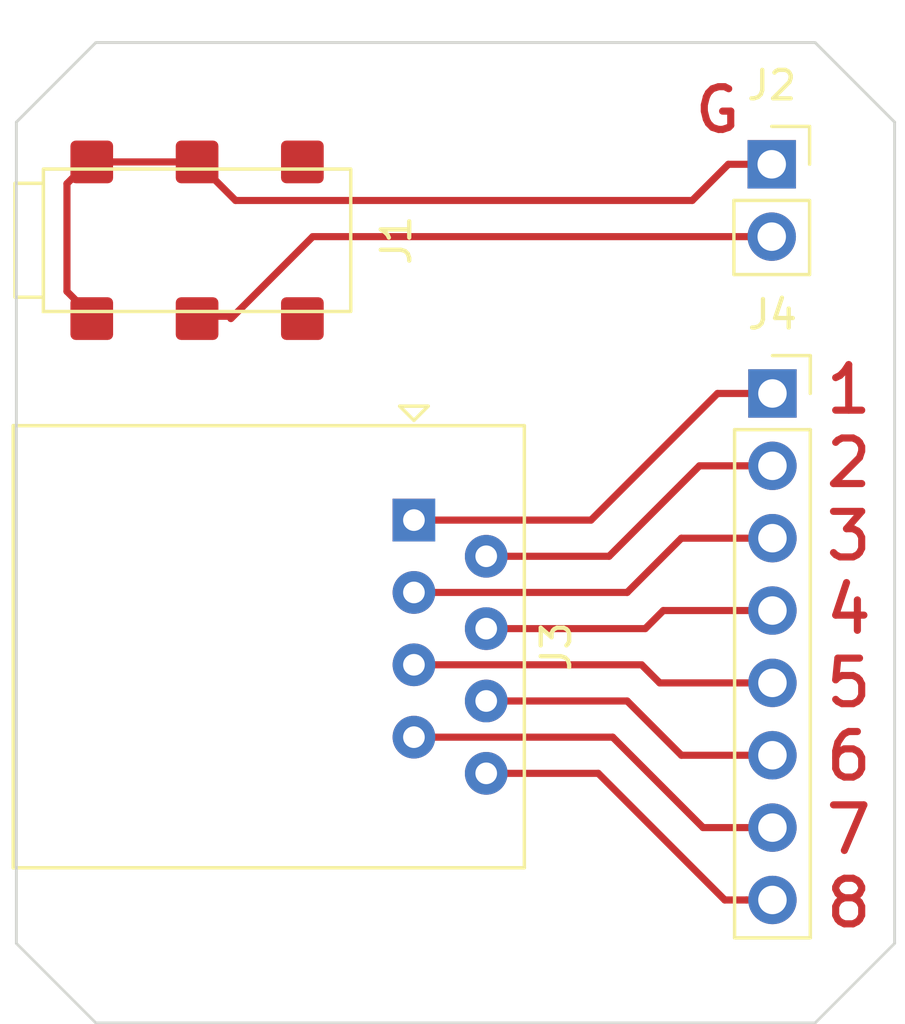
<source format=kicad_pcb>
(kicad_pcb (version 20211014) (generator pcbnew)
  (layers (0 "F.Cu" signal) (31 "B.Cu" signal) (34 "B.Paste" user) (35 "F.Paste" user) (36 "B.SilkS" user "B.Silkscreen") (37 "F.SilkS" user "F.Silkscreen") (38 "B.Mask" user) (39 "F.Mask" user) (44 "Edge.Cuts" user))
  (net 0 "")
  (net 1 "Net-(J1-PadT)")
  (net 2 "Net-(J1-PadR1)")
  (net 3 "Net-(J3-Pad1)")
  (net 4 "Net-(J3-Pad2)")
  (net 5 "Net-(J3-Pad3)")
  (net 6 "Net-(J3-Pad4)")
  (net 7 "Net-(J3-Pad5)")
  (net 8 "Net-(J3-Pad6)")
  (net 9 "Net-(J3-Pad7)")
  (net 10 "Net-(J3-Pad8)")
  (footprint "AudioJack:AudioJack4_6pad" (layer "F.Cu") (at 27.305 30.69 90)
    (fp_text reference "J1" (at 0 7 90 unlocked) (layer "F.SilkS"))
    (fp_text value "AudioJack4_SwitchTR1")
    (fp_rect (start -2.5 -5.4) (end 2.5 5.4) (layer "F.SilkS") (width 0.12) (fill none))
    (fp_rect (start -2 -5.4) (end 2 -6.4) (layer "F.SilkS") (width 0.12) (fill none))
    (pad "" np_thru_hole circle (at 0 -3 90) (size 1.4 1.4) (drill 1.4) (layers F&B.Cu *.Mask))
    (pad "" np_thru_hole circle (at 0 2 90) (size 1.4 1.4) (drill 1.4) (layers F&B.Cu *.Mask))
    (pad "R1" smd roundrect (at 2.75 0 90) (size 1.5 1.5) (layers "F.Cu" "F.Paste" "F.Mask") (roundrect_rratio 0.125) (net 2 "Net-(J1-PadR1)"))
    (pad "R1N" smd roundrect (at 2.75 3.7 90) (size 1.5 1.5) (layers "F.Cu" "F.Paste" "F.Mask") (roundrect_rratio 0.125))
    (pad "R2" smd roundrect (at -2.75 -3.7 90) (size 1.5 1.5) (layers "F.Cu" "F.Paste" "F.Mask") (roundrect_rratio 0.125) (net 2 "Net-(J1-PadR1)"))
    (pad "S" smd roundrect (at 2.75 -3.7 90) (size 1.5 1.5) (layers "F.Cu" "F.Paste" "F.Mask") (roundrect_rratio 0.125) (net 2 "Net-(J1-PadR1)"))
    (pad "T" smd roundrect (at -2.75 0 90) (size 1.5 1.5) (layers "F.Cu" "F.Paste" "F.Mask") (roundrect_rratio 0.125) (net 1 "Net-(J1-PadT)"))
    (pad "TN" smd roundrect (at -2.75 3.7 90) (size 1.5 1.5) (layers "F.Cu" "F.Paste" "F.Mask") (roundrect_rratio 0.125))
  )
  (footprint "Connector_RJ:RJ45_Amphenol_54602-x08_Horizontal" (layer "F.Cu") (at 34.925 40.513 -90)
    (fp_text reference "J3" (at 4.445 -5 90) (layer "F.SilkS"))
    (fp_text value "RJ45")
    (fp_line (start -4 -0.5) (end -4 0.5) (layer "F.SilkS") (width 0.12))
    (fp_line (start -3.315 14.08) (end 12.205 14.08) (layer "F.SilkS") (width 0.12))
    (fp_line (start -3.315 -3.88) (end -3.315 14.08) (layer "F.SilkS") (width 0.12))
    (fp_line (start -3.5 0) (end -4 -0.5) (layer "F.SilkS") (width 0.12))
    (fp_line (start 12.205 -3.88) (end -3.315 -3.88) (layer "F.SilkS") (width 0.12))
    (fp_line (start 12.205 -3.88) (end 12.205 14.08) (layer "F.SilkS") (width 0.12))
    (fp_line (start -4 0.5) (end -3.5 0) (layer "F.SilkS") (width 0.12))
    (pad "" np_thru_hole circle locked (at 10.16 6.35 270) (size 3.2 3.2) (drill 3.2) (layers *.Cu *.Mask))
    (pad "" np_thru_hole circle locked (at -1.27 6.35 270) (size 3.2 3.2) (drill 3.2) (layers *.Cu *.Mask))
    (pad "1" thru_hole rect locked (at 0 0 270) (size 1.5 1.5) (drill 0.76) (layers *.Cu *.Mask) (net 3 "Net-(J3-Pad1)"))
    (pad "2" thru_hole circle locked (at 1.27 -2.54 270) (size 1.5 1.5) (drill 0.76) (layers *.Cu *.Mask) (net 4 "Net-(J3-Pad2)"))
    (pad "3" thru_hole circle locked (at 2.54 0 270) (size 1.5 1.5) (drill 0.76) (layers *.Cu *.Mask) (net 5 "Net-(J3-Pad3)"))
    (pad "4" thru_hole circle locked (at 3.81 -2.54 270) (size 1.5 1.5) (drill 0.76) (layers *.Cu *.Mask) (net 6 "Net-(J3-Pad4)"))
    (pad "5" thru_hole circle locked (at 5.08 0 270) (size 1.5 1.5) (drill 0.76) (layers *.Cu *.Mask) (net 7 "Net-(J3-Pad5)"))
    (pad "6" thru_hole circle locked (at 6.35 -2.54 270) (size 1.5 1.5) (drill 0.76) (layers *.Cu *.Mask) (net 8 "Net-(J3-Pad6)"))
    (pad "7" thru_hole circle locked (at 7.62 0 270) (size 1.5 1.5) (drill 0.76) (layers *.Cu *.Mask) (net 9 "Net-(J3-Pad7)"))
    (pad "8" thru_hole circle locked (at 8.89 -2.54 270) (size 1.5 1.5) (drill 0.76) (layers *.Cu *.Mask) (net 10 "Net-(J3-Pad8)"))
  )
  (footprint "Connector_PinSocket_2.54mm:PinSocket_1x02_P2.54mm_Vertical" (layer "F.Cu") (at 47.498 28.023)
    (fp_text reference "J2" (at 0 -2.77) (layer "F.SilkS"))
    (fp_text value "Conn_01x02")
    (fp_line (start -1.33 1.27) (end 1.33 1.27) (layer "F.SilkS") (width 0.12))
    (fp_line (start 0 -1.33) (end 1.33 -1.33) (layer "F.SilkS") (width 0.12))
    (fp_line (start 1.33 1.27) (end 1.33 3.87) (layer "F.SilkS") (width 0.12))
    (fp_line (start 1.33 -1.33) (end 1.33 0) (layer "F.SilkS") (width 0.12))
    (fp_line (start -1.33 3.87) (end 1.33 3.87) (layer "F.SilkS") (width 0.12))
    (fp_line (start -1.33 1.27) (end -1.33 3.87) (layer "F.SilkS") (width 0.12))
    (pad "1" thru_hole rect locked (at 0 0) (size 1.7 1.7) (drill 1) (layers *.Cu *.Mask) (net 2 "Net-(J1-PadR1)"))
    (pad "2" thru_hole oval locked (at 0 2.54) (size 1.7 1.7) (drill 1) (layers *.Cu *.Mask) (net 1 "Net-(J1-PadT)"))
  )
  (footprint "Connector_PinSocket_2.54mm:PinSocket_1x08_P2.54mm_Vertical" (layer "F.Cu") (at 47.523 36.068)
    (fp_text reference "J4" (at 0 -2.77) (layer "F.SilkS"))
    (fp_text value "Conn_01x08")
    (fp_line (start 1.33 -1.33) (end 1.33 0) (layer "F.SilkS") (width 0.12))
    (fp_line (start 0 -1.33) (end 1.33 -1.33) (layer "F.SilkS") (width 0.12))
    (fp_line (start -1.33 1.27) (end -1.33 19.11) (layer "F.SilkS") (width 0.12))
    (fp_line (start -1.33 1.27) (end 1.33 1.27) (layer "F.SilkS") (width 0.12))
    (fp_line (start 1.33 1.27) (end 1.33 19.11) (layer "F.SilkS") (width 0.12))
    (fp_line (start -1.33 19.11) (end 1.33 19.11) (layer "F.SilkS") (width 0.12))
    (pad "1" thru_hole rect locked (at 0 0) (size 1.7 1.7) (drill 1) (layers *.Cu *.Mask) (net 3 "Net-(J3-Pad1)"))
    (pad "2" thru_hole oval locked (at 0 2.54) (size 1.7 1.7) (drill 1) (layers *.Cu *.Mask) (net 4 "Net-(J3-Pad2)"))
    (pad "3" thru_hole oval locked (at 0 5.08) (size 1.7 1.7) (drill 1) (layers *.Cu *.Mask) (net 5 "Net-(J3-Pad3)"))
    (pad "4" thru_hole oval locked (at 0 7.62) (size 1.7 1.7) (drill 1) (layers *.Cu *.Mask) (net 6 "Net-(J3-Pad4)"))
    (pad "5" thru_hole oval locked (at 0 10.16) (size 1.7 1.7) (drill 1) (layers *.Cu *.Mask) (net 7 "Net-(J3-Pad5)"))
    (pad "6" thru_hole oval locked (at 0 12.7) (size 1.7 1.7) (drill 1) (layers *.Cu *.Mask) (net 8 "Net-(J3-Pad6)"))
    (pad "7" thru_hole oval locked (at 0 15.24) (size 1.7 1.7) (drill 1) (layers *.Cu *.Mask) (net 9 "Net-(J3-Pad7)"))
    (pad "8" thru_hole oval locked (at 0 17.78) (size 1.7 1.7) (drill 1) (layers *.Cu *.Mask) (net 10 "Net-(J3-Pad8)"))
  )
  (gr_line (start 23.749 58.166) (end 20.955 55.372) (layer "Edge.Cuts") (width 0.1))
  (gr_line (start 49.022 58.166) (end 51.816 55.372) (layer "Edge.Cuts") (width 0.1))
  (gr_line (start 23.749 23.749) (end 20.955 26.543) (layer "Edge.Cuts") (width 0.1))
  (gr_line (start 51.816 26.543) (end 51.816 55.372) (layer "Edge.Cuts") (width 0.1))
  (gr_line (start 49.022 23.749) (end 23.749 23.749) (layer "Edge.Cuts") (width 0.1))
  (gr_line (start 20.955 55.372) (end 20.955 26.543) (layer "Edge.Cuts") (width 0.1))
  (gr_line (start 49.022 23.749) (end 51.816 26.543) (layer "Edge.Cuts") (width 0.1))
  (gr_line (start 49.022 58.166) (end 23.749 58.166) (layer "Edge.Cuts") (width 0.1))
  (gr_text "1\n2\n3\n4\n5\n6\n7\n8" (at 49.276 44.943) (layer "F.Cu") (effects (font (size 1.6 1.6) (thickness 0.25)) (justify left)))
  (gr_text "G" (at 45.593 26.118) (layer "F.Cu") (effects (font (size 1.5 1.5) (thickness 0.25))))
  (segment (start 31.369 30.563) (end 28.492 33.44) (width 0.25) (layer "F.Cu") (net 1))
  (segment (start 47.498 30.563) (end 31.369 30.563) (width 0.25) (layer "F.Cu") (net 1))
  (segment (start 28.492 33.357) (end 27.305 33.357) (width 0.25) (layer "F.Cu") (net 1))
  (segment (start 23.605 27.94) (end 27.305 27.94) (width 0.25) (layer "F.Cu") (net 2))
  (segment (start 45.974 28.023) (end 47.498 28.023) (width 0.25) (layer "F.Cu") (net 2))
  (segment (start 23.230479 28.231521) (end 23.605 27.857) (width 0.25) (layer "F.Cu") (net 2))
  (segment (start 23.605 33.357) (end 22.733 32.485) (width 0.25) (layer "F.Cu") (net 2))
  (segment (start 22.733 28.702) (end 23.578 27.857) (width 0.25) (layer "F.Cu") (net 2))
  (segment (start 28.658 29.293) (end 44.704 29.293) (width 0.25) (layer "F.Cu") (net 2))
  (segment (start 44.704 29.293) (end 45.974 28.023) (width 0.25) (layer "F.Cu") (net 2))
  (segment (start 27.305 27.94) (end 28.658 29.293) (width 0.25) (layer "F.Cu") (net 2))
  (segment (start 22.733 32.485) (end 22.733 28.702) (width 0.25) (layer "F.Cu") (net 2))
  (segment (start 23.578 27.857) (end 23.605 27.857) (width 0.25) (layer "F.Cu") (net 2))
  (segment (start 45.593 36.068) (end 41.148 40.513) (width 0.25) (layer "F.Cu") (net 3))
  (segment (start 47.523 36.068) (end 45.593 36.068) (width 0.25) (layer "F.Cu") (net 3))
  (segment (start 34.925 40.513) (end 41.148 40.513) (width 0.25) (layer "F.Cu") (net 3))
  (segment (start 37.465 41.783) (end 41.783 41.783) (width 0.25) (layer "F.Cu") (net 4))
  (segment (start 44.958 38.608) (end 41.783 41.783) (width 0.25) (layer "F.Cu") (net 4))
  (segment (start 47.523 38.608) (end 44.958 38.608) (width 0.25) (layer "F.Cu") (net 4))
  (segment (start 34.925 43.053) (end 42.418 43.053) (width 0.25) (layer "F.Cu") (net 5))
  (segment (start 47.523 41.148) (end 44.323 41.148) (width 0.25) (layer "F.Cu") (net 5))
  (segment (start 44.323 41.148) (end 42.418 43.053) (width 0.25) (layer "F.Cu") (net 5))
  (segment (start 47.523 43.688) (end 43.688 43.688) (width 0.25) (layer "F.Cu") (net 6))
  (segment (start 37.465 44.323) (end 43.053 44.323) (width 0.25) (layer "F.Cu") (net 6))
  (segment (start 43.688 43.688) (end 43.053 44.323) (width 0.25) (layer "F.Cu") (net 6))
  (segment (start 43.561 46.228) (end 42.926 45.593) (width 0.25) (layer "F.Cu") (net 7))
  (segment (start 47.523 46.228) (end 43.561 46.228) (width 0.25) (layer "F.Cu") (net 7))
  (segment (start 34.925 45.593) (end 42.926 45.593) (width 0.25) (layer "F.Cu") (net 7))
  (segment (start 47.523 48.768) (end 44.323 48.768) (width 0.25) (layer "F.Cu") (net 8))
  (segment (start 44.323 48.768) (end 42.418 46.863) (width 0.25) (layer "F.Cu") (net 8))
  (segment (start 37.465 46.863) (end 42.418 46.863) (width 0.25) (layer "F.Cu") (net 8))
  (segment (start 41.91 48.133) (end 45.085 51.308) (width 0.25) (layer "F.Cu") (net 9))
  (segment (start 34.925 48.133) (end 41.91 48.133) (width 0.25) (layer "F.Cu") (net 9))
  (segment (start 45.085 51.308) (end 47.523 51.308) (width 0.25) (layer "F.Cu") (net 9))
  (segment (start 45.847 53.848) (end 46.609 53.848) (width 0.25) (layer "F.Cu") (net 10))
  (segment (start 37.465 49.403) (end 41.402 49.403) (width 0.25) (layer "F.Cu") (net 10))
  (segment (start 46.609 53.848) (end 47.523 53.848) (width 0.25) (layer "F.Cu") (net 10))
  (segment (start 41.402 49.403) (end 45.847 53.848) (width 0.25) (layer "F.Cu") (net 10))
)
</source>
